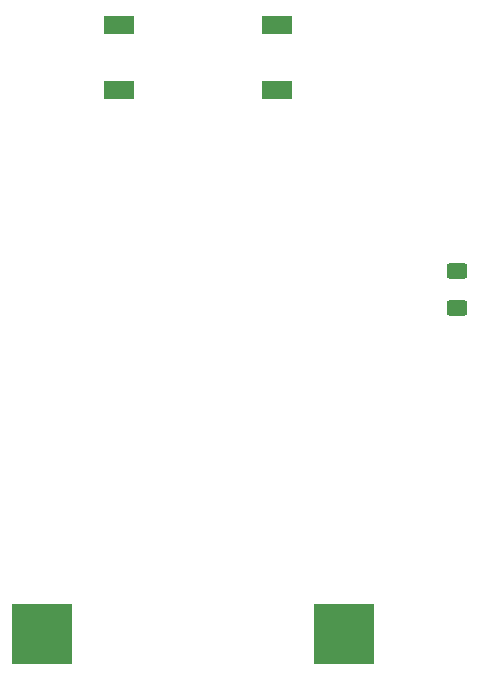
<source format=gbr>
%TF.GenerationSoftware,KiCad,Pcbnew,6.0.6-3a73a75311~116~ubuntu21.10.1*%
%TF.CreationDate,2023-05-16T20:40:28-06:00*%
%TF.ProjectId,goon,676f6f6e-2e6b-4696-9361-645f70636258,rev?*%
%TF.SameCoordinates,Original*%
%TF.FileFunction,Paste,Bot*%
%TF.FilePolarity,Positive*%
%FSLAX46Y46*%
G04 Gerber Fmt 4.6, Leading zero omitted, Abs format (unit mm)*
G04 Created by KiCad (PCBNEW 6.0.6-3a73a75311~116~ubuntu21.10.1) date 2023-05-16 20:40:28*
%MOMM*%
%LPD*%
G01*
G04 APERTURE LIST*
G04 Aperture macros list*
%AMRoundRect*
0 Rectangle with rounded corners*
0 $1 Rounding radius*
0 $2 $3 $4 $5 $6 $7 $8 $9 X,Y pos of 4 corners*
0 Add a 4 corners polygon primitive as box body*
4,1,4,$2,$3,$4,$5,$6,$7,$8,$9,$2,$3,0*
0 Add four circle primitives for the rounded corners*
1,1,$1+$1,$2,$3*
1,1,$1+$1,$4,$5*
1,1,$1+$1,$6,$7*
1,1,$1+$1,$8,$9*
0 Add four rect primitives between the rounded corners*
20,1,$1+$1,$2,$3,$4,$5,0*
20,1,$1+$1,$4,$5,$6,$7,0*
20,1,$1+$1,$6,$7,$8,$9,0*
20,1,$1+$1,$8,$9,$2,$3,0*%
G04 Aperture macros list end*
%ADD10R,2.600000X1.500000*%
%ADD11RoundRect,0.250000X-0.625000X0.400000X-0.625000X-0.400000X0.625000X-0.400000X0.625000X0.400000X0*%
%ADD12R,5.100000X5.100000*%
G04 APERTURE END LIST*
D10*
%TO.C,D1*%
X144100000Y-77675000D03*
X144100000Y-83175000D03*
%TD*%
%TO.C,D2*%
X157450000Y-77675000D03*
X157450000Y-83175000D03*
%TD*%
D11*
%TO.C,R1*%
X172725000Y-101625000D03*
X172725000Y-98525000D03*
%TD*%
D12*
%TO.C,BT1*%
X137550000Y-129200000D03*
X163150000Y-129200000D03*
%TD*%
M02*

</source>
